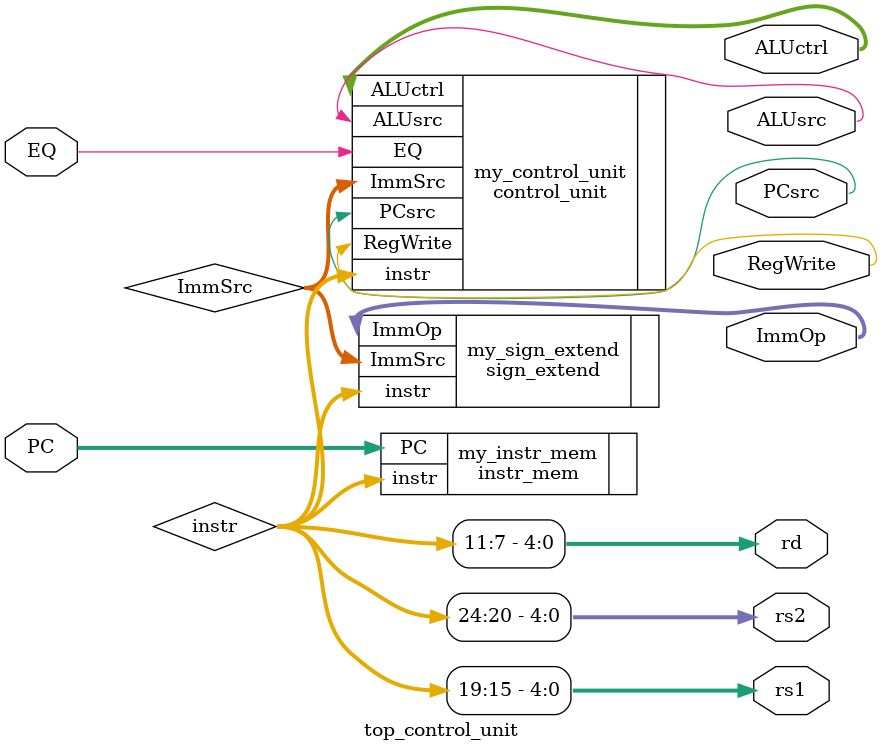
<source format=sv>
`include "instr_mem/instr_mem.sv"
`include "control_unit/control_unit.sv"
`include "sign_extend/sign_extend.sv"

module top_control_unit #(
        parameter  ADDRESS_WIDTH = 8,
                DATA_WIDTH = 32
)(
    input   logic   [ADDRESS_WIDTH-1:0] PC,
    input   logic                       EQ,
    output  logic                       RegWrite,
    output  logic   [2:0]               ALUctrl,
    output  logic                       ALUsrc,
    output  logic                       PCsrc,
    output  logic   [4:0]               rs1,
    output  logic   [4:0]               rs2,
    output  logic   [4:0]               rd,
    output  logic   [DATA_WIDTH-1:0]    ImmOp
);

    wire    [DATA_WIDTH-1:0]    instr;
    wire    [11:0]              ImmSrc;


    assign rs1  = instr[19:15];
    assign rs2  = instr[24:20];
    assign rd   = instr[11:7];


    instr_mem #(ADDRESS_WIDTH, DATA_WIDTH) my_instr_mem(
        .PC (PC),      
        .instr (instr)   
        );

    control_unit #(DATA_WIDTH) my_control_unit(
        .instr (instr),
        .EQ (EQ),
        .RegWrite (RegWrite),
        .ALUctrl (ALUctrl),
        .ALUsrc (ALUsrc),
        .ImmSrc (ImmSrc),
        .PCsrc (PCsrc)
        );

    sign_extend #(DATA_WIDTH, 12) my_sign_extend(
        .instr (instr),
        .ImmSrc (ImmSrc),    
        .ImmOp (ImmOp)
    );


endmodule

</source>
